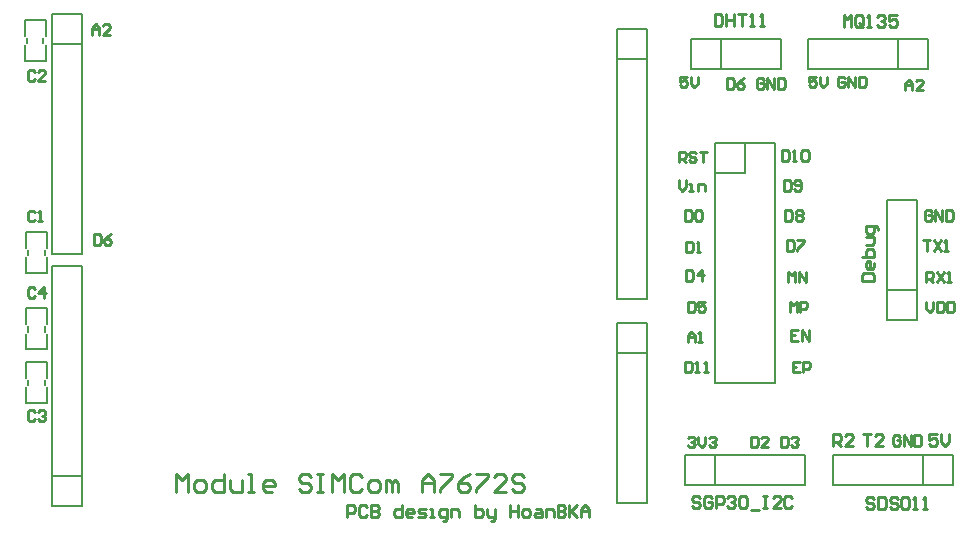
<source format=gto>
G04*
G04 #@! TF.GenerationSoftware,Altium Limited,Altium Designer,21.0.8 (223)*
G04*
G04 Layer_Color=65535*
%FSTAX24Y24*%
%MOIN*%
G70*
G04*
G04 #@! TF.SameCoordinates,CEE82333-CCAB-4651-B785-5805AFDC4109*
G04*
G04*
G04 #@! TF.FilePolarity,Positive*
G04*
G01*
G75*
%ADD10C,0.0070*%
%ADD11C,0.0079*%
%ADD12C,0.0100*%
D10*
X001021Y016212D02*
Y016392D01*
X000481Y016212D02*
Y016392D01*
X001071Y004812D02*
Y004992D01*
X000531Y004812D02*
Y004992D01*
X000529Y006608D02*
Y006788D01*
X001069Y006608D02*
Y006788D01*
X000529Y009158D02*
Y009338D01*
X001069Y009158D02*
Y009338D01*
D11*
X0004Y01699D02*
X0011D01*
X0004Y01561D02*
X0011D01*
Y016461D02*
Y01699D01*
Y01561D02*
Y016156D01*
X0004Y01561D02*
Y016156D01*
Y016461D02*
Y01699D01*
X00045Y00559D02*
X00115D01*
X00045Y00421D02*
X00115D01*
Y005061D02*
Y00559D01*
Y00421D02*
Y004756D01*
X00045Y00421D02*
Y004756D01*
Y005061D02*
Y00559D01*
Y00601D02*
X00115D01*
X00045Y00739D02*
X00115D01*
X00045Y00601D02*
Y006539D01*
Y006844D02*
Y00739D01*
X00115Y006844D02*
Y00739D01*
Y00601D02*
Y006539D01*
X00045Y00856D02*
X00115D01*
X00045Y00994D02*
X00115D01*
X00045Y00856D02*
Y009089D01*
Y009394D02*
Y00994D01*
X00115Y009394D02*
Y00994D01*
Y00856D02*
Y009089D01*
X02915Y008D02*
X03015D01*
X02915Y007D02*
X03015D01*
X02915D02*
Y011D01*
X03015Y007D02*
Y011D01*
X02915D02*
X03015D01*
X02735Y0015D02*
Y0025D01*
X03135D01*
X02735Y0015D02*
X03135D01*
Y0025D01*
X03035Y0015D02*
Y0025D01*
X0236Y01535D02*
Y01635D01*
X0226Y01535D02*
Y01635D01*
X0256D01*
Y01535D02*
Y01635D01*
X0226Y01535D02*
X0256D01*
X02015Y0009D02*
X02115D01*
X02015Y0069D02*
X02115D01*
Y0009D02*
Y0069D01*
X02015Y0009D02*
Y0069D01*
Y0059D02*
X02115D01*
X0264Y0015D02*
Y0025D01*
X0224Y0015D02*
X0264D01*
X0224Y0025D02*
X0264D01*
X0224Y0015D02*
Y0025D01*
X0234Y0015D02*
Y0025D01*
X0013Y0008D02*
Y0088D01*
Y0008D02*
X0023D01*
Y0088D01*
X0013D02*
X0023D01*
X0013Y0018D02*
X0023D01*
X0295Y01535D02*
Y01635D01*
X0305Y01535D02*
Y01635D01*
X0265Y01535D02*
X0305D01*
X0265Y01635D02*
X0305D01*
X0265Y01535D02*
Y01635D01*
X0023Y0092D02*
Y0172D01*
X0013D02*
X0023D01*
X0013Y0092D02*
Y0172D01*
Y0092D02*
X0023D01*
X0013Y0162D02*
X0023D01*
X02015Y0157D02*
X02115D01*
Y0077D02*
Y0167D01*
X02015D02*
X02115D01*
X02015Y0077D02*
Y0167D01*
Y0077D02*
X02115D01*
X0234Y0049D02*
Y0129D01*
Y0049D02*
X0254D01*
Y0129D01*
X0234D02*
X0254D01*
X0244Y0119D02*
Y0129D01*
X0234Y0119D02*
X0244D01*
D12*
X01115Y000431D02*
Y000825D01*
X011347D01*
X011412Y000759D01*
Y000628D01*
X011347Y000562D01*
X01115D01*
X011806Y000759D02*
X01174Y000825D01*
X011609D01*
X011544Y000759D01*
Y000497D01*
X011609Y000431D01*
X01174D01*
X011806Y000497D01*
X011937Y000825D02*
Y000431D01*
X012134D01*
X0122Y000497D01*
Y000562D01*
X012134Y000628D01*
X011937D01*
X012134D01*
X0122Y000694D01*
Y000759D01*
X012134Y000825D01*
X011937D01*
X012987D02*
Y000431D01*
X01279D01*
X012724Y000497D01*
Y000628D01*
X01279Y000694D01*
X012987D01*
X013315Y000431D02*
X013183D01*
X013118Y000497D01*
Y000628D01*
X013183Y000694D01*
X013315D01*
X01338Y000628D01*
Y000562D01*
X013118D01*
X013511Y000431D02*
X013708D01*
X013774Y000497D01*
X013708Y000562D01*
X013577D01*
X013511Y000628D01*
X013577Y000694D01*
X013774D01*
X013905Y000431D02*
X014036D01*
X013971D01*
Y000694D01*
X013905D01*
X014364Y0003D02*
X01443D01*
X014495Y000366D01*
Y000694D01*
X014299D01*
X014233Y000628D01*
Y000497D01*
X014299Y000431D01*
X014495D01*
X014627D02*
Y000694D01*
X014823D01*
X014889Y000628D01*
Y000431D01*
X015414Y000825D02*
Y000431D01*
X015611D01*
X015676Y000497D01*
Y000562D01*
Y000628D01*
X015611Y000694D01*
X015414D01*
X015807D02*
Y000497D01*
X015873Y000431D01*
X01607D01*
Y000366D01*
X016004Y0003D01*
X015938D01*
X01607Y000431D02*
Y000694D01*
X016594Y000825D02*
Y000431D01*
Y000628D01*
X016857D01*
Y000825D01*
Y000431D01*
X017054D02*
X017185D01*
X01725Y000497D01*
Y000628D01*
X017185Y000694D01*
X017054D01*
X016988Y000628D01*
Y000497D01*
X017054Y000431D01*
X017447Y000694D02*
X017578D01*
X017644Y000628D01*
Y000431D01*
X017447D01*
X017382Y000497D01*
X017447Y000562D01*
X017644D01*
X017775Y000431D02*
Y000694D01*
X017972D01*
X018038Y000628D01*
Y000431D01*
X018169Y000825D02*
Y000431D01*
X018366D01*
X018431Y000497D01*
Y000562D01*
X018366Y000628D01*
X018169D01*
X018366D01*
X018431Y000694D01*
Y000759D01*
X018366Y000825D01*
X018169D01*
X018562D02*
Y000431D01*
Y000562D01*
X018825Y000825D01*
X018628Y000628D01*
X018825Y000431D01*
X018956D02*
Y000694D01*
X019087Y000825D01*
X019218Y000694D01*
Y000431D01*
Y000628D01*
X018956D01*
X00545Y00125D02*
Y00185D01*
X00565Y00165D01*
X00585Y00185D01*
Y00125D01*
X00615D02*
X00635D01*
X00645Y00135D01*
Y00155D01*
X00635Y00165D01*
X00615D01*
X00605Y00155D01*
Y00135D01*
X00615Y00125D01*
X007049Y00185D02*
Y00125D01*
X00675D01*
X00665Y00135D01*
Y00155D01*
X00675Y00165D01*
X007049D01*
X007249D02*
Y00135D01*
X007349Y00125D01*
X007649D01*
Y00165D01*
X007849Y00125D02*
X008049D01*
X007949D01*
Y00185D01*
X007849D01*
X008649Y00125D02*
X008449D01*
X008349Y00135D01*
Y00155D01*
X008449Y00165D01*
X008649D01*
X008749Y00155D01*
Y00145D01*
X008349D01*
X009949Y00175D02*
X009849Y00185D01*
X009649D01*
X009549Y00175D01*
Y00165D01*
X009649Y00155D01*
X009849D01*
X009949Y00145D01*
Y00135D01*
X009849Y00125D01*
X009649D01*
X009549Y00135D01*
X010148Y00185D02*
X010348D01*
X010248D01*
Y00125D01*
X010148D01*
X010348D01*
X010648D02*
Y00185D01*
X010848Y00165D01*
X011048Y00185D01*
Y00125D01*
X011648Y00175D02*
X011548Y00185D01*
X011348D01*
X011248Y00175D01*
Y00135D01*
X011348Y00125D01*
X011548D01*
X011648Y00135D01*
X011948Y00125D02*
X012148D01*
X012248Y00135D01*
Y00155D01*
X012148Y00165D01*
X011948D01*
X011848Y00155D01*
Y00135D01*
X011948Y00125D01*
X012448D02*
Y00165D01*
X012548D01*
X012648Y00155D01*
Y00125D01*
Y00155D01*
X012748Y00165D01*
X012848Y00155D01*
Y00125D01*
X013647D02*
Y00165D01*
X013847Y00185D01*
X014047Y00165D01*
Y00125D01*
Y00155D01*
X013647D01*
X014247Y00185D02*
X014647D01*
Y00175D01*
X014247Y00135D01*
Y00125D01*
X015247Y00185D02*
X015047Y00175D01*
X014847Y00155D01*
Y00135D01*
X014947Y00125D01*
X015147D01*
X015247Y00135D01*
Y00145D01*
X015147Y00155D01*
X014847D01*
X015447Y00185D02*
X015847D01*
Y00175D01*
X015447Y00135D01*
Y00125D01*
X016446D02*
X016047D01*
X016446Y00165D01*
Y00175D01*
X016346Y00185D01*
X016147D01*
X016047Y00175D01*
X017046D02*
X016946Y00185D01*
X016746D01*
X016646Y00175D01*
Y00165D01*
X016746Y00155D01*
X016946D01*
X017046Y00145D01*
Y00135D01*
X016946Y00125D01*
X016746D01*
X016646Y00135D01*
X000741Y015268D02*
X000682Y015327D01*
X000564D01*
X000505Y015268D01*
Y015032D01*
X000564Y014973D01*
X000682D01*
X000741Y015032D01*
X001095Y014973D02*
X000859D01*
X001095Y015209D01*
Y015268D01*
X001036Y015327D01*
X000918D01*
X000859Y015268D01*
X000741Y003918D02*
X000682Y003977D01*
X000564D01*
X000505Y003918D01*
Y003682D01*
X000564Y003623D01*
X000682D01*
X000741Y003682D01*
X000859Y003918D02*
X000918Y003977D01*
X001036D01*
X001095Y003918D01*
Y003859D01*
X001036Y0038D01*
X000977D01*
X001036D01*
X001095Y003741D01*
Y003682D01*
X001036Y003623D01*
X000918D01*
X000859Y003682D01*
X000746Y010575D02*
X000687Y010634D01*
X000569D01*
X00051Y010575D01*
Y010339D01*
X000569Y01028D01*
X000687D01*
X000746Y010339D01*
X000864Y01028D02*
X000982D01*
X000923D01*
Y010634D01*
X000864Y010575D01*
X000746Y008025D02*
X000687Y008084D01*
X000569D01*
X00051Y008025D01*
Y007789D01*
X000569Y00773D01*
X000687D01*
X000746Y007789D01*
X001041Y00773D02*
Y008084D01*
X000864Y007907D01*
X0011D01*
X026236Y005604D02*
X026D01*
Y00525D01*
X026236D01*
X026Y005427D02*
X026118D01*
X026354Y00525D02*
Y005604D01*
X026531D01*
X02659Y005545D01*
Y005427D01*
X026531Y005368D01*
X026354D01*
X026186Y006654D02*
X02595D01*
Y0063D01*
X026186D01*
X02595Y006477D02*
X026068D01*
X026304Y0063D02*
Y006654D01*
X02654Y0063D01*
Y006654D01*
X0259Y00725D02*
Y007604D01*
X026018Y007486D01*
X026136Y007604D01*
Y00725D01*
X026254D02*
Y007604D01*
X026431D01*
X02649Y007545D01*
Y007427D01*
X026431Y007368D01*
X026254D01*
X02585Y00825D02*
Y008604D01*
X025968Y008486D01*
X026086Y008604D01*
Y00825D01*
X026204D02*
Y008604D01*
X02644Y00825D01*
Y008604D01*
X0258Y009654D02*
Y0093D01*
X025977D01*
X026036Y009359D01*
Y009595D01*
X025977Y009654D01*
X0258D01*
X026154D02*
X02639D01*
Y009595D01*
X026154Y009359D01*
Y0093D01*
X02575Y010654D02*
Y0103D01*
X025927D01*
X025986Y010359D01*
Y010595D01*
X025927Y010654D01*
X02575D01*
X026104Y010595D02*
X026163Y010654D01*
X026281D01*
X02634Y010595D01*
Y010536D01*
X026281Y010477D01*
X02634Y010418D01*
Y010359D01*
X026281Y0103D01*
X026163D01*
X026104Y010359D01*
Y010418D01*
X026163Y010477D01*
X026104Y010536D01*
Y010595D01*
X026163Y010477D02*
X026281D01*
X0257Y011654D02*
Y0113D01*
X025877D01*
X025936Y011359D01*
Y011595D01*
X025877Y011654D01*
X0257D01*
X026054Y011359D02*
X026113Y0113D01*
X026231D01*
X02629Y011359D01*
Y011595D01*
X026231Y011654D01*
X026113D01*
X026054Y011595D01*
Y011536D01*
X026113Y011477D01*
X02629D01*
X02565Y012654D02*
Y0123D01*
X025827D01*
X025886Y012359D01*
Y012595D01*
X025827Y012654D01*
X02565D01*
X026004Y0123D02*
X026122D01*
X026063D01*
Y012654D01*
X026004Y012595D01*
X026299D02*
X026358Y012654D01*
X026477D01*
X026536Y012595D01*
Y012359D01*
X026477Y0123D01*
X026358D01*
X026299Y012359D01*
Y012595D01*
X0224Y005604D02*
Y00525D01*
X022577D01*
X022636Y005309D01*
Y005545D01*
X022577Y005604D01*
X0224D01*
X022754Y00525D02*
X022872D01*
X022813D01*
Y005604D01*
X022754Y005545D01*
X023049Y00525D02*
X023167D01*
X023108D01*
Y005604D01*
X023049Y005545D01*
X0225Y00625D02*
Y006486D01*
X022618Y006604D01*
X022736Y006486D01*
Y00625D01*
Y006427D01*
X0225D01*
X022854Y00625D02*
X022972D01*
X022913D01*
Y006604D01*
X022854Y006545D01*
X0225Y007604D02*
Y00725D01*
X022677D01*
X022736Y007309D01*
Y007545D01*
X022677Y007604D01*
X0225D01*
X02309D02*
X022854D01*
Y007427D01*
X022972Y007486D01*
X023031D01*
X02309Y007427D01*
Y007309D01*
X023031Y00725D01*
X022913D01*
X022854Y007309D01*
X02245Y008654D02*
Y0083D01*
X022627D01*
X022686Y008359D01*
Y008595D01*
X022627Y008654D01*
X02245D01*
X022981Y0083D02*
Y008654D01*
X022804Y008477D01*
X02304D01*
X02245Y009604D02*
Y00925D01*
X022627D01*
X022686Y009309D01*
Y009545D01*
X022627Y009604D01*
X02245D01*
X022804Y00925D02*
X022922D01*
X022863D01*
Y009604D01*
X022804Y009545D01*
X0224Y010654D02*
Y0103D01*
X022577D01*
X022636Y010359D01*
Y010595D01*
X022577Y010654D01*
X0224D01*
X022754Y010595D02*
X022813Y010654D01*
X022931D01*
X02299Y010595D01*
Y010359D01*
X022931Y0103D01*
X022813D01*
X022754Y010359D01*
Y010595D01*
X0222Y011654D02*
Y011418D01*
X022318Y0113D01*
X022436Y011418D01*
Y011654D01*
X022554Y0113D02*
X022672D01*
X022613D01*
Y011536D01*
X022554D01*
X022849Y0113D02*
Y011536D01*
X023026D01*
X023086Y011477D01*
Y0113D01*
X0222Y01225D02*
Y012604D01*
X022377D01*
X022436Y012545D01*
Y012427D01*
X022377Y012368D01*
X0222D01*
X022318D02*
X022436Y01225D01*
X02279Y012545D02*
X022731Y012604D01*
X022613D01*
X022554Y012545D01*
Y012486D01*
X022613Y012427D01*
X022731D01*
X02279Y012368D01*
Y012309D01*
X022731Y01225D01*
X022613D01*
X022554Y012309D01*
X022908Y012604D02*
X023145D01*
X023026D01*
Y01225D01*
X0027Y009854D02*
Y0095D01*
X002877D01*
X002936Y009559D01*
Y009795D01*
X002877Y009854D01*
X0027D01*
X00329D02*
X003172Y009795D01*
X003054Y009677D01*
Y009559D01*
X003113Y0095D01*
X003231D01*
X00329Y009559D01*
Y009618D01*
X003231Y009677D01*
X003054D01*
X00265Y0165D02*
Y016736D01*
X002768Y016854D01*
X002886Y016736D01*
Y0165D01*
Y016677D01*
X00265D01*
X00324Y0165D02*
X003004D01*
X00324Y016736D01*
Y016795D01*
X003181Y016854D01*
X003063D01*
X003004Y016795D01*
X0225Y003045D02*
X022559Y003104D01*
X022677D01*
X022736Y003045D01*
Y002986D01*
X022677Y002927D01*
X022618D01*
X022677D01*
X022736Y002868D01*
Y002809D01*
X022677Y00275D01*
X022559D01*
X0225Y002809D01*
X022854Y003104D02*
Y002868D01*
X022972Y00275D01*
X02309Y002868D01*
Y003104D01*
X023208Y003045D02*
X023267Y003104D01*
X023386D01*
X023445Y003045D01*
Y002986D01*
X023386Y002927D01*
X023326D01*
X023386D01*
X023445Y002868D01*
Y002809D01*
X023386Y00275D01*
X023267D01*
X023208Y002809D01*
X0256Y003104D02*
Y00275D01*
X025777D01*
X025836Y002809D01*
Y003045D01*
X025777Y003104D01*
X0256D01*
X025954Y003045D02*
X026013Y003104D01*
X026131D01*
X02619Y003045D01*
Y002986D01*
X026131Y002927D01*
X026072D01*
X026131D01*
X02619Y002868D01*
Y002809D01*
X026131Y00275D01*
X026013D01*
X025954Y002809D01*
X0246Y003104D02*
Y00275D01*
X024777D01*
X024836Y002809D01*
Y003045D01*
X024777Y003104D01*
X0246D01*
X02519Y00275D02*
X024954D01*
X02519Y002986D01*
Y003045D01*
X025131Y003104D01*
X025013D01*
X024954Y003045D01*
X025036Y014995D02*
X024977Y015054D01*
X024859D01*
X0248Y014995D01*
Y014759D01*
X024859Y0147D01*
X024977D01*
X025036Y014759D01*
Y014877D01*
X024918D01*
X025154Y0147D02*
Y015054D01*
X02539Y0147D01*
Y015054D01*
X025508D02*
Y0147D01*
X025686D01*
X025745Y014759D01*
Y014995D01*
X025686Y015054D01*
X025508D01*
X0238D02*
Y0147D01*
X023977D01*
X024036Y014759D01*
Y014995D01*
X023977Y015054D01*
X0238D01*
X02439D02*
X024272Y014995D01*
X024154Y014877D01*
Y014759D01*
X024213Y0147D01*
X024331D01*
X02439Y014759D01*
Y014818D01*
X024331Y014877D01*
X024154D01*
X022486Y015104D02*
X02225D01*
Y014927D01*
X022368Y014986D01*
X022427D01*
X022486Y014927D01*
Y014809D01*
X022427Y01475D01*
X022309D01*
X02225Y014809D01*
X022604Y015104D02*
Y014868D01*
X022722Y01475D01*
X02284Y014868D01*
Y015104D01*
X0234Y017194D02*
Y0168D01*
X023597D01*
X023662Y016866D01*
Y017128D01*
X023597Y017194D01*
X0234D01*
X023794D02*
Y0168D01*
Y016997D01*
X024056D01*
Y017194D01*
Y0168D01*
X024187Y017194D02*
X02445D01*
X024318D01*
Y0168D01*
X024581D02*
X024712D01*
X024646D01*
Y017194D01*
X024581Y017128D01*
X024909Y0168D02*
X02504D01*
X024974D01*
Y017194D01*
X024909Y017128D01*
X0277Y01675D02*
Y017144D01*
X027831Y017012D01*
X027962Y017144D01*
Y01675D01*
X028356Y016816D02*
Y017078D01*
X02829Y017144D01*
X028159D01*
X028094Y017078D01*
Y016816D01*
X028159Y01675D01*
X02829D01*
X028225Y016881D02*
X028356Y01675D01*
X02829D02*
X028356Y016816D01*
X028487Y01675D02*
X028618D01*
X028553D01*
Y017144D01*
X028487Y017078D01*
X028815D02*
X028881Y017144D01*
X029012D01*
X029078Y017078D01*
Y017012D01*
X029012Y016947D01*
X028946D01*
X029012D01*
X029078Y016881D01*
Y016816D01*
X029012Y01675D01*
X028881D01*
X028815Y016816D01*
X029471Y017144D02*
X029209D01*
Y016947D01*
X02934Y017012D01*
X029405D01*
X029471Y016947D01*
Y016816D01*
X029405Y01675D01*
X029274D01*
X029209Y016816D01*
X026786Y015104D02*
X02655D01*
Y014927D01*
X026668Y014986D01*
X026727D01*
X026786Y014927D01*
Y014809D01*
X026727Y01475D01*
X026609D01*
X02655Y014809D01*
X026904Y015104D02*
Y014868D01*
X027022Y01475D01*
X02714Y014868D01*
Y015104D01*
X027736Y015045D02*
X027677Y015104D01*
X027559D01*
X0275Y015045D01*
Y014809D01*
X027559Y01475D01*
X027677D01*
X027736Y014809D01*
Y014927D01*
X027618D01*
X027854Y01475D02*
Y015104D01*
X02809Y01475D01*
Y015104D01*
X028208D02*
Y01475D01*
X028386D01*
X028445Y014809D01*
Y015045D01*
X028386Y015104D01*
X028208D01*
X02975Y01465D02*
Y014886D01*
X029868Y015004D01*
X029986Y014886D01*
Y01465D01*
Y014827D01*
X02975D01*
X03034Y01465D02*
X030104D01*
X03034Y014886D01*
Y014945D01*
X030281Y015004D01*
X030163D01*
X030104Y014945D01*
X028325Y0083D02*
X028719D01*
Y008497D01*
X028653Y008562D01*
X028391D01*
X028325Y008497D01*
Y0083D01*
X028719Y00889D02*
Y008759D01*
X028653Y008694D01*
X028522D01*
X028456Y008759D01*
Y00889D01*
X028522Y008956D01*
X028588D01*
Y008694D01*
X028325Y009087D02*
X028719D01*
Y009284D01*
X028653Y00935D01*
X028588D01*
X028522D01*
X028456Y009284D01*
Y009087D01*
Y009481D02*
X028653D01*
X028719Y009546D01*
Y009743D01*
X028456D01*
X02885Y010005D02*
Y010071D01*
X028784Y010137D01*
X028456D01*
Y00994D01*
X028522Y009874D01*
X028653D01*
X028719Y00994D01*
Y010137D01*
X03045Y007604D02*
Y007368D01*
X030568Y00725D01*
X030686Y007368D01*
Y007604D01*
X030804D02*
Y00725D01*
X030981D01*
X03104Y007309D01*
Y007545D01*
X030981Y007604D01*
X030804D01*
X031158D02*
Y00725D01*
X031336D01*
X031395Y007309D01*
Y007545D01*
X031336Y007604D01*
X031158D01*
X03045Y00825D02*
Y008604D01*
X030627D01*
X030686Y008545D01*
Y008427D01*
X030627Y008368D01*
X03045D01*
X030568D02*
X030686Y00825D01*
X030804Y008604D02*
X03104Y00825D01*
Y008604D02*
X030804Y00825D01*
X031158D02*
X031277D01*
X031217D01*
Y008604D01*
X031158Y008545D01*
X03035Y009654D02*
X030586D01*
X030468D01*
Y0093D01*
X030704Y009654D02*
X03094Y0093D01*
Y009654D02*
X030704Y0093D01*
X031058D02*
X031177D01*
X031117D01*
Y009654D01*
X031058Y009595D01*
X030636Y010595D02*
X030577Y010654D01*
X030459D01*
X0304Y010595D01*
Y010359D01*
X030459Y0103D01*
X030577D01*
X030636Y010359D01*
Y010477D01*
X030518D01*
X030754Y0103D02*
Y010654D01*
X03099Y0103D01*
Y010654D01*
X031108D02*
Y0103D01*
X031286D01*
X031345Y010359D01*
Y010595D01*
X031286Y010654D01*
X031108D01*
X030812Y003194D02*
X03055D01*
Y002997D01*
X030681Y003062D01*
X030747D01*
X030812Y002997D01*
Y002866D01*
X030747Y0028D01*
X030616D01*
X03055Y002866D01*
X030944Y003194D02*
Y002931D01*
X031075Y0028D01*
X031206Y002931D01*
Y003194D01*
X029586Y003095D02*
X029527Y003154D01*
X029409D01*
X02935Y003095D01*
Y002859D01*
X029409Y0028D01*
X029527D01*
X029586Y002859D01*
Y002977D01*
X029468D01*
X029704Y0028D02*
Y003154D01*
X02994Y0028D01*
Y003154D01*
X030058D02*
Y0028D01*
X030236D01*
X030295Y002859D01*
Y003095D01*
X030236Y003154D01*
X030058D01*
X02835Y003194D02*
X028612D01*
X028481D01*
Y0028D01*
X029006D02*
X028744D01*
X029006Y003062D01*
Y003128D01*
X02894Y003194D01*
X028809D01*
X028744Y003128D01*
X02735Y0028D02*
Y003194D01*
X027547D01*
X027612Y003128D01*
Y002997D01*
X027547Y002931D01*
X02735D01*
X027481D02*
X027612Y0028D01*
X028006D02*
X027744D01*
X028006Y003062D01*
Y003128D01*
X02794Y003194D01*
X027809D01*
X027744Y003128D01*
X028712Y001028D02*
X028647Y001094D01*
X028516D01*
X02845Y001028D01*
Y000962D01*
X028516Y000897D01*
X028647D01*
X028712Y000831D01*
Y000766D01*
X028647Y0007D01*
X028516D01*
X02845Y000766D01*
X028844Y001094D02*
Y0007D01*
X02904D01*
X029106Y000766D01*
Y001028D01*
X02904Y001094D01*
X028844D01*
X0295Y001028D02*
X029434Y001094D01*
X029303D01*
X029237Y001028D01*
Y000962D01*
X029303Y000897D01*
X029434D01*
X0295Y000831D01*
Y000766D01*
X029434Y0007D01*
X029303D01*
X029237Y000766D01*
X029631Y001028D02*
X029696Y001094D01*
X029828D01*
X029893Y001028D01*
Y000766D01*
X029828Y0007D01*
X029696D01*
X029631Y000766D01*
Y001028D01*
X030024Y0007D02*
X030155D01*
X03009D01*
Y001094D01*
X030024Y001028D01*
X030352Y0007D02*
X030483D01*
X030418D01*
Y001094D01*
X030352Y001028D01*
X022912Y001044D02*
X022847Y001109D01*
X022716D01*
X02265Y001044D01*
Y000978D01*
X022716Y000912D01*
X022847D01*
X022912Y000847D01*
Y000781D01*
X022847Y000716D01*
X022716D01*
X02265Y000781D01*
X023306Y001044D02*
X02324Y001109D01*
X023109D01*
X023044Y001044D01*
Y000781D01*
X023109Y000716D01*
X02324D01*
X023306Y000781D01*
Y000912D01*
X023175D01*
X023437Y000716D02*
Y001109D01*
X023634D01*
X0237Y001044D01*
Y000912D01*
X023634Y000847D01*
X023437D01*
X023831Y001044D02*
X023896Y001109D01*
X024028D01*
X024093Y001044D01*
Y000978D01*
X024028Y000912D01*
X023962D01*
X024028D01*
X024093Y000847D01*
Y000781D01*
X024028Y000716D01*
X023896D01*
X023831Y000781D01*
X024224Y001044D02*
X02429Y001109D01*
X024421D01*
X024487Y001044D01*
Y000781D01*
X024421Y000716D01*
X02429D01*
X024224Y000781D01*
Y001044D01*
X024618Y00065D02*
X02488D01*
X025011Y001109D02*
X025143D01*
X025077D01*
Y000716D01*
X025011D01*
X025143D01*
X025602D02*
X025339D01*
X025602Y000978D01*
Y001044D01*
X025536Y001109D01*
X025405D01*
X025339Y001044D01*
X025995D02*
X02593Y001109D01*
X025799D01*
X025733Y001044D01*
Y000781D01*
X025799Y000716D01*
X02593D01*
X025995Y000781D01*
M02*

</source>
